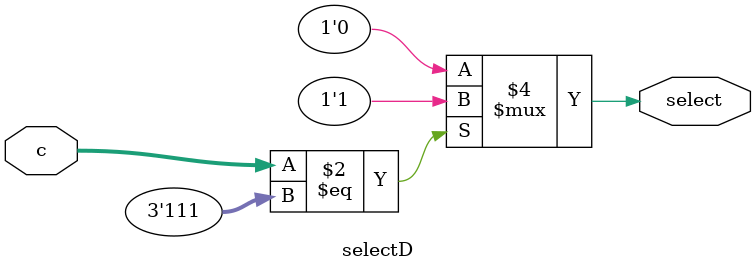
<source format=v>


module selectD(c, select);

input [2:0]c;
output reg select;

always @(c)
    begin
    if (c == 7)
       begin
	   select = 1 ;
	   end
	else 
		select = 0 ;
    end
endmodule

</source>
